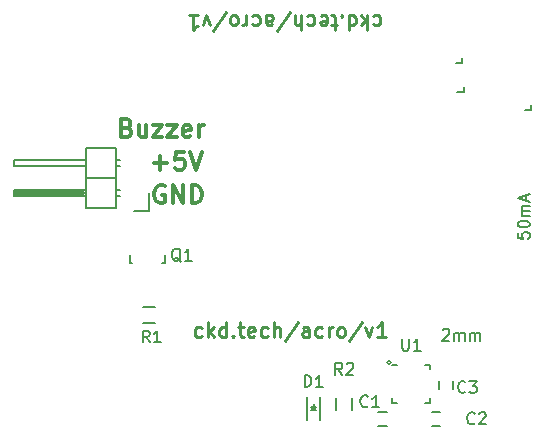
<source format=gto>
G04 #@! TF.FileFunction,Legend,Top*
%FSLAX46Y46*%
G04 Gerber Fmt 4.6, Leading zero omitted, Abs format (unit mm)*
G04 Created by KiCad (PCBNEW (2015-11-03 BZR 6296)-product) date Monday, December 21, 2015 'AMt' 10:05:28 AM*
%MOMM*%
G01*
G04 APERTURE LIST*
%ADD10C,0.100000*%
%ADD11C,0.175000*%
%ADD12C,0.150000*%
%ADD13C,0.250000*%
%ADD14C,0.300000*%
G04 APERTURE END LIST*
D10*
D11*
X164362381Y-109293333D02*
X164362381Y-109769524D01*
X164838571Y-109817143D01*
X164790952Y-109769524D01*
X164743333Y-109674286D01*
X164743333Y-109436190D01*
X164790952Y-109340952D01*
X164838571Y-109293333D01*
X164933810Y-109245714D01*
X165171905Y-109245714D01*
X165267143Y-109293333D01*
X165314762Y-109340952D01*
X165362381Y-109436190D01*
X165362381Y-109674286D01*
X165314762Y-109769524D01*
X165267143Y-109817143D01*
X164362381Y-108626667D02*
X164362381Y-108531428D01*
X164410000Y-108436190D01*
X164457619Y-108388571D01*
X164552857Y-108340952D01*
X164743333Y-108293333D01*
X164981429Y-108293333D01*
X165171905Y-108340952D01*
X165267143Y-108388571D01*
X165314762Y-108436190D01*
X165362381Y-108531428D01*
X165362381Y-108626667D01*
X165314762Y-108721905D01*
X165267143Y-108769524D01*
X165171905Y-108817143D01*
X164981429Y-108864762D01*
X164743333Y-108864762D01*
X164552857Y-108817143D01*
X164457619Y-108769524D01*
X164410000Y-108721905D01*
X164362381Y-108626667D01*
X165362381Y-107864762D02*
X164695714Y-107864762D01*
X164790952Y-107864762D02*
X164743333Y-107817143D01*
X164695714Y-107721905D01*
X164695714Y-107579047D01*
X164743333Y-107483809D01*
X164838571Y-107436190D01*
X165362381Y-107436190D01*
X164838571Y-107436190D02*
X164743333Y-107388571D01*
X164695714Y-107293333D01*
X164695714Y-107150476D01*
X164743333Y-107055238D01*
X164838571Y-107007619D01*
X165362381Y-107007619D01*
X165076667Y-106579048D02*
X165076667Y-106102857D01*
X165362381Y-106674286D02*
X164362381Y-106340953D01*
X165362381Y-106007619D01*
D12*
X158000953Y-117537619D02*
X158048572Y-117490000D01*
X158143810Y-117442381D01*
X158381906Y-117442381D01*
X158477144Y-117490000D01*
X158524763Y-117537619D01*
X158572382Y-117632857D01*
X158572382Y-117728095D01*
X158524763Y-117870952D01*
X157953334Y-118442381D01*
X158572382Y-118442381D01*
X159000953Y-118442381D02*
X159000953Y-117775714D01*
X159000953Y-117870952D02*
X159048572Y-117823333D01*
X159143810Y-117775714D01*
X159286668Y-117775714D01*
X159381906Y-117823333D01*
X159429525Y-117918571D01*
X159429525Y-118442381D01*
X159429525Y-117918571D02*
X159477144Y-117823333D01*
X159572382Y-117775714D01*
X159715239Y-117775714D01*
X159810477Y-117823333D01*
X159858096Y-117918571D01*
X159858096Y-118442381D01*
X160334286Y-118442381D02*
X160334286Y-117775714D01*
X160334286Y-117870952D02*
X160381905Y-117823333D01*
X160477143Y-117775714D01*
X160620001Y-117775714D01*
X160715239Y-117823333D01*
X160762858Y-117918571D01*
X160762858Y-118442381D01*
X160762858Y-117918571D02*
X160810477Y-117823333D01*
X160905715Y-117775714D01*
X161048572Y-117775714D01*
X161143810Y-117823333D01*
X161191429Y-117918571D01*
X161191429Y-118442381D01*
D13*
X137589999Y-118085952D02*
X137470952Y-118145476D01*
X137232856Y-118145476D01*
X137113809Y-118085952D01*
X137054285Y-118026429D01*
X136994761Y-117907381D01*
X136994761Y-117550238D01*
X137054285Y-117431190D01*
X137113809Y-117371667D01*
X137232856Y-117312143D01*
X137470952Y-117312143D01*
X137589999Y-117371667D01*
X138125714Y-118145476D02*
X138125714Y-116895476D01*
X138244762Y-117669286D02*
X138601905Y-118145476D01*
X138601905Y-117312143D02*
X138125714Y-117788333D01*
X139673333Y-118145476D02*
X139673333Y-116895476D01*
X139673333Y-118085952D02*
X139554286Y-118145476D01*
X139316190Y-118145476D01*
X139197143Y-118085952D01*
X139137619Y-118026429D01*
X139078095Y-117907381D01*
X139078095Y-117550238D01*
X139137619Y-117431190D01*
X139197143Y-117371667D01*
X139316190Y-117312143D01*
X139554286Y-117312143D01*
X139673333Y-117371667D01*
X140268571Y-118026429D02*
X140328095Y-118085952D01*
X140268571Y-118145476D01*
X140209047Y-118085952D01*
X140268571Y-118026429D01*
X140268571Y-118145476D01*
X140685238Y-117312143D02*
X141161428Y-117312143D01*
X140863809Y-116895476D02*
X140863809Y-117966905D01*
X140923333Y-118085952D01*
X141042380Y-118145476D01*
X141161428Y-118145476D01*
X142054286Y-118085952D02*
X141935238Y-118145476D01*
X141697143Y-118145476D01*
X141578095Y-118085952D01*
X141518571Y-117966905D01*
X141518571Y-117490714D01*
X141578095Y-117371667D01*
X141697143Y-117312143D01*
X141935238Y-117312143D01*
X142054286Y-117371667D01*
X142113809Y-117490714D01*
X142113809Y-117609762D01*
X141518571Y-117728810D01*
X143185238Y-118085952D02*
X143066191Y-118145476D01*
X142828095Y-118145476D01*
X142709048Y-118085952D01*
X142649524Y-118026429D01*
X142590000Y-117907381D01*
X142590000Y-117550238D01*
X142649524Y-117431190D01*
X142709048Y-117371667D01*
X142828095Y-117312143D01*
X143066191Y-117312143D01*
X143185238Y-117371667D01*
X143720953Y-118145476D02*
X143720953Y-116895476D01*
X144256667Y-118145476D02*
X144256667Y-117490714D01*
X144197144Y-117371667D01*
X144078096Y-117312143D01*
X143899524Y-117312143D01*
X143780477Y-117371667D01*
X143720953Y-117431190D01*
X145744762Y-116835952D02*
X144673334Y-118443095D01*
X146697143Y-118145476D02*
X146697143Y-117490714D01*
X146637620Y-117371667D01*
X146518572Y-117312143D01*
X146280477Y-117312143D01*
X146161429Y-117371667D01*
X146697143Y-118085952D02*
X146578096Y-118145476D01*
X146280477Y-118145476D01*
X146161429Y-118085952D01*
X146101905Y-117966905D01*
X146101905Y-117847857D01*
X146161429Y-117728810D01*
X146280477Y-117669286D01*
X146578096Y-117669286D01*
X146697143Y-117609762D01*
X147828095Y-118085952D02*
X147709048Y-118145476D01*
X147470952Y-118145476D01*
X147351905Y-118085952D01*
X147292381Y-118026429D01*
X147232857Y-117907381D01*
X147232857Y-117550238D01*
X147292381Y-117431190D01*
X147351905Y-117371667D01*
X147470952Y-117312143D01*
X147709048Y-117312143D01*
X147828095Y-117371667D01*
X148363810Y-118145476D02*
X148363810Y-117312143D01*
X148363810Y-117550238D02*
X148423334Y-117431190D01*
X148482858Y-117371667D01*
X148601905Y-117312143D01*
X148720953Y-117312143D01*
X149316191Y-118145476D02*
X149197144Y-118085952D01*
X149137620Y-118026429D01*
X149078096Y-117907381D01*
X149078096Y-117550238D01*
X149137620Y-117431190D01*
X149197144Y-117371667D01*
X149316191Y-117312143D01*
X149494763Y-117312143D01*
X149613811Y-117371667D01*
X149673334Y-117431190D01*
X149732858Y-117550238D01*
X149732858Y-117907381D01*
X149673334Y-118026429D01*
X149613811Y-118085952D01*
X149494763Y-118145476D01*
X149316191Y-118145476D01*
X151161429Y-116835952D02*
X150090001Y-118443095D01*
X151459048Y-117312143D02*
X151756667Y-118145476D01*
X152054287Y-117312143D01*
X153185239Y-118145476D02*
X152470953Y-118145476D01*
X152828096Y-118145476D02*
X152828096Y-116895476D01*
X152709048Y-117074048D01*
X152590001Y-117193095D01*
X152470953Y-117252619D01*
X152140001Y-90954048D02*
X152259048Y-90894524D01*
X152497144Y-90894524D01*
X152616191Y-90954048D01*
X152675715Y-91013571D01*
X152735239Y-91132619D01*
X152735239Y-91489762D01*
X152675715Y-91608810D01*
X152616191Y-91668333D01*
X152497144Y-91727857D01*
X152259048Y-91727857D01*
X152140001Y-91668333D01*
X151604286Y-90894524D02*
X151604286Y-92144524D01*
X151485238Y-91370714D02*
X151128095Y-90894524D01*
X151128095Y-91727857D02*
X151604286Y-91251667D01*
X150056667Y-90894524D02*
X150056667Y-92144524D01*
X150056667Y-90954048D02*
X150175714Y-90894524D01*
X150413810Y-90894524D01*
X150532857Y-90954048D01*
X150592381Y-91013571D01*
X150651905Y-91132619D01*
X150651905Y-91489762D01*
X150592381Y-91608810D01*
X150532857Y-91668333D01*
X150413810Y-91727857D01*
X150175714Y-91727857D01*
X150056667Y-91668333D01*
X149461429Y-91013571D02*
X149401905Y-90954048D01*
X149461429Y-90894524D01*
X149520953Y-90954048D01*
X149461429Y-91013571D01*
X149461429Y-90894524D01*
X149044762Y-91727857D02*
X148568572Y-91727857D01*
X148866191Y-92144524D02*
X148866191Y-91073095D01*
X148806667Y-90954048D01*
X148687620Y-90894524D01*
X148568572Y-90894524D01*
X147675714Y-90954048D02*
X147794762Y-90894524D01*
X148032857Y-90894524D01*
X148151905Y-90954048D01*
X148211429Y-91073095D01*
X148211429Y-91549286D01*
X148151905Y-91668333D01*
X148032857Y-91727857D01*
X147794762Y-91727857D01*
X147675714Y-91668333D01*
X147616191Y-91549286D01*
X147616191Y-91430238D01*
X148211429Y-91311190D01*
X146544762Y-90954048D02*
X146663809Y-90894524D01*
X146901905Y-90894524D01*
X147020952Y-90954048D01*
X147080476Y-91013571D01*
X147140000Y-91132619D01*
X147140000Y-91489762D01*
X147080476Y-91608810D01*
X147020952Y-91668333D01*
X146901905Y-91727857D01*
X146663809Y-91727857D01*
X146544762Y-91668333D01*
X146009047Y-90894524D02*
X146009047Y-92144524D01*
X145473333Y-90894524D02*
X145473333Y-91549286D01*
X145532856Y-91668333D01*
X145651904Y-91727857D01*
X145830476Y-91727857D01*
X145949523Y-91668333D01*
X146009047Y-91608810D01*
X143985238Y-92204048D02*
X145056666Y-90596905D01*
X143032857Y-90894524D02*
X143032857Y-91549286D01*
X143092380Y-91668333D01*
X143211428Y-91727857D01*
X143449523Y-91727857D01*
X143568571Y-91668333D01*
X143032857Y-90954048D02*
X143151904Y-90894524D01*
X143449523Y-90894524D01*
X143568571Y-90954048D01*
X143628095Y-91073095D01*
X143628095Y-91192143D01*
X143568571Y-91311190D01*
X143449523Y-91370714D01*
X143151904Y-91370714D01*
X143032857Y-91430238D01*
X141901905Y-90954048D02*
X142020952Y-90894524D01*
X142259048Y-90894524D01*
X142378095Y-90954048D01*
X142437619Y-91013571D01*
X142497143Y-91132619D01*
X142497143Y-91489762D01*
X142437619Y-91608810D01*
X142378095Y-91668333D01*
X142259048Y-91727857D01*
X142020952Y-91727857D01*
X141901905Y-91668333D01*
X141366190Y-90894524D02*
X141366190Y-91727857D01*
X141366190Y-91489762D02*
X141306666Y-91608810D01*
X141247142Y-91668333D01*
X141128095Y-91727857D01*
X141009047Y-91727857D01*
X140413809Y-90894524D02*
X140532856Y-90954048D01*
X140592380Y-91013571D01*
X140651904Y-91132619D01*
X140651904Y-91489762D01*
X140592380Y-91608810D01*
X140532856Y-91668333D01*
X140413809Y-91727857D01*
X140235237Y-91727857D01*
X140116189Y-91668333D01*
X140056666Y-91608810D01*
X139997142Y-91489762D01*
X139997142Y-91132619D01*
X140056666Y-91013571D01*
X140116189Y-90954048D01*
X140235237Y-90894524D01*
X140413809Y-90894524D01*
X138568571Y-92204048D02*
X139639999Y-90596905D01*
X138270952Y-91727857D02*
X137973333Y-90894524D01*
X137675713Y-91727857D01*
X136544761Y-90894524D02*
X137259047Y-90894524D01*
X136901904Y-90894524D02*
X136901904Y-92144524D01*
X137020952Y-91965952D01*
X137139999Y-91846905D01*
X137259047Y-91787381D01*
D14*
X134457143Y-105370000D02*
X134314286Y-105298571D01*
X134100000Y-105298571D01*
X133885715Y-105370000D01*
X133742857Y-105512857D01*
X133671429Y-105655714D01*
X133600000Y-105941429D01*
X133600000Y-106155714D01*
X133671429Y-106441429D01*
X133742857Y-106584286D01*
X133885715Y-106727143D01*
X134100000Y-106798571D01*
X134242857Y-106798571D01*
X134457143Y-106727143D01*
X134528572Y-106655714D01*
X134528572Y-106155714D01*
X134242857Y-106155714D01*
X135171429Y-106798571D02*
X135171429Y-105298571D01*
X136028572Y-106798571D01*
X136028572Y-105298571D01*
X136742858Y-106798571D02*
X136742858Y-105298571D01*
X137100001Y-105298571D01*
X137314286Y-105370000D01*
X137457144Y-105512857D01*
X137528572Y-105655714D01*
X137600001Y-105941429D01*
X137600001Y-106155714D01*
X137528572Y-106441429D01*
X137457144Y-106584286D01*
X137314286Y-106727143D01*
X137100001Y-106798571D01*
X136742858Y-106798571D01*
X133541429Y-103397143D02*
X134684286Y-103397143D01*
X134112857Y-103968571D02*
X134112857Y-102825714D01*
X136112858Y-102468571D02*
X135398572Y-102468571D01*
X135327143Y-103182857D01*
X135398572Y-103111429D01*
X135541429Y-103040000D01*
X135898572Y-103040000D01*
X136041429Y-103111429D01*
X136112858Y-103182857D01*
X136184286Y-103325714D01*
X136184286Y-103682857D01*
X136112858Y-103825714D01*
X136041429Y-103897143D01*
X135898572Y-103968571D01*
X135541429Y-103968571D01*
X135398572Y-103897143D01*
X135327143Y-103825714D01*
X136612857Y-102468571D02*
X137112857Y-103968571D01*
X137612857Y-102468571D01*
X131277143Y-100432857D02*
X131491429Y-100504286D01*
X131562857Y-100575714D01*
X131634286Y-100718571D01*
X131634286Y-100932857D01*
X131562857Y-101075714D01*
X131491429Y-101147143D01*
X131348571Y-101218571D01*
X130777143Y-101218571D01*
X130777143Y-99718571D01*
X131277143Y-99718571D01*
X131420000Y-99790000D01*
X131491429Y-99861429D01*
X131562857Y-100004286D01*
X131562857Y-100147143D01*
X131491429Y-100290000D01*
X131420000Y-100361429D01*
X131277143Y-100432857D01*
X130777143Y-100432857D01*
X132920000Y-100218571D02*
X132920000Y-101218571D01*
X132277143Y-100218571D02*
X132277143Y-101004286D01*
X132348571Y-101147143D01*
X132491429Y-101218571D01*
X132705714Y-101218571D01*
X132848571Y-101147143D01*
X132920000Y-101075714D01*
X133491429Y-100218571D02*
X134277143Y-100218571D01*
X133491429Y-101218571D01*
X134277143Y-101218571D01*
X134705715Y-100218571D02*
X135491429Y-100218571D01*
X134705715Y-101218571D01*
X135491429Y-101218571D01*
X136634286Y-101147143D02*
X136491429Y-101218571D01*
X136205715Y-101218571D01*
X136062858Y-101147143D01*
X135991429Y-101004286D01*
X135991429Y-100432857D01*
X136062858Y-100290000D01*
X136205715Y-100218571D01*
X136491429Y-100218571D01*
X136634286Y-100290000D01*
X136705715Y-100432857D01*
X136705715Y-100575714D01*
X135991429Y-100718571D01*
X137348572Y-101218571D02*
X137348572Y-100218571D01*
X137348572Y-100504286D02*
X137420000Y-100361429D01*
X137491429Y-100290000D01*
X137634286Y-100218571D01*
X137777143Y-100218571D01*
D12*
X159109620Y-94920560D02*
X159678580Y-94920560D01*
X159678580Y-94920560D02*
X159678580Y-94509080D01*
X164947700Y-98920560D02*
X165516660Y-98920560D01*
X165516660Y-98920560D02*
X165516660Y-98509080D01*
X159259620Y-97370560D02*
X159828580Y-97370560D01*
X159828580Y-97370560D02*
X159828580Y-96959080D01*
X153250000Y-125650000D02*
X152550000Y-125650000D01*
X152550000Y-124450000D02*
X153250000Y-124450000D01*
X157060000Y-124450000D02*
X157760000Y-124450000D01*
X157760000Y-125650000D02*
X157060000Y-125650000D01*
X157700000Y-122580000D02*
X157700000Y-121880000D01*
X158900000Y-121880000D02*
X158900000Y-122580000D01*
X147620000Y-125149300D02*
X147620000Y-123249300D01*
X146520000Y-125149300D02*
X146520000Y-123249300D01*
X147070000Y-124249300D02*
X147070000Y-123799300D01*
X146820000Y-124299300D02*
X147320000Y-124299300D01*
X147070000Y-124299300D02*
X146820000Y-124049300D01*
X146820000Y-124049300D02*
X147320000Y-124049300D01*
X147320000Y-124049300D02*
X147070000Y-124299300D01*
X133160000Y-107510000D02*
X133160000Y-105960000D01*
X131860000Y-107510000D02*
X133160000Y-107510000D01*
X127669000Y-106087000D02*
X121827000Y-106087000D01*
X121827000Y-106087000D02*
X121827000Y-105833000D01*
X121827000Y-105833000D02*
X127669000Y-105833000D01*
X127669000Y-105833000D02*
X127669000Y-105960000D01*
X127669000Y-105960000D02*
X121827000Y-105960000D01*
X130336000Y-106214000D02*
X130717000Y-106214000D01*
X130336000Y-105706000D02*
X130717000Y-105706000D01*
X130336000Y-103674000D02*
X130717000Y-103674000D01*
X130336000Y-103166000D02*
X130717000Y-103166000D01*
X130336000Y-107230000D02*
X127796000Y-107230000D01*
X130336000Y-104690000D02*
X127796000Y-104690000D01*
X130336000Y-104690000D02*
X130336000Y-102150000D01*
X130336000Y-102150000D02*
X127796000Y-102150000D01*
X127796000Y-103674000D02*
X121700000Y-103674000D01*
X121700000Y-103674000D02*
X121700000Y-103166000D01*
X121700000Y-103166000D02*
X127796000Y-103166000D01*
X127796000Y-102150000D02*
X127796000Y-104690000D01*
X127796000Y-104690000D02*
X127796000Y-107230000D01*
X121700000Y-105706000D02*
X127796000Y-105706000D01*
X121700000Y-106214000D02*
X121700000Y-105706000D01*
X127796000Y-106214000D02*
X121700000Y-106214000D01*
X130336000Y-104690000D02*
X127796000Y-104690000D01*
X130336000Y-107230000D02*
X130336000Y-104690000D01*
X134529820Y-111188060D02*
X134529820Y-111889100D01*
X134529820Y-111889100D02*
X134280900Y-111889100D01*
X131730840Y-111889100D02*
X131530180Y-111889100D01*
X131530180Y-111889100D02*
X131530180Y-111188060D01*
X132650000Y-115605000D02*
X133650000Y-115605000D01*
X133650000Y-116955000D02*
X132650000Y-116955000D01*
X150335000Y-123280000D02*
X150335000Y-124280000D01*
X148985000Y-124280000D02*
X148985000Y-123280000D01*
X153620294Y-120280000D02*
G75*
G03X153620294Y-120280000I-170294J0D01*
G01*
X153730000Y-123690000D02*
X153730000Y-123290000D01*
X153730000Y-123690000D02*
X154130000Y-123690000D01*
X156930000Y-123690000D02*
X156930000Y-123290000D01*
X156930000Y-123690000D02*
X156530000Y-123690000D01*
X156930000Y-120490000D02*
X156930000Y-120890000D01*
X156930000Y-120490000D02*
X156530000Y-120490000D01*
X153730000Y-120490000D02*
X154130000Y-120490000D01*
X151663334Y-123997143D02*
X151615715Y-124044762D01*
X151472858Y-124092381D01*
X151377620Y-124092381D01*
X151234762Y-124044762D01*
X151139524Y-123949524D01*
X151091905Y-123854286D01*
X151044286Y-123663810D01*
X151044286Y-123520952D01*
X151091905Y-123330476D01*
X151139524Y-123235238D01*
X151234762Y-123140000D01*
X151377620Y-123092381D01*
X151472858Y-123092381D01*
X151615715Y-123140000D01*
X151663334Y-123187619D01*
X152615715Y-124092381D02*
X152044286Y-124092381D01*
X152330000Y-124092381D02*
X152330000Y-123092381D01*
X152234762Y-123235238D01*
X152139524Y-123330476D01*
X152044286Y-123378095D01*
X160713334Y-125427143D02*
X160665715Y-125474762D01*
X160522858Y-125522381D01*
X160427620Y-125522381D01*
X160284762Y-125474762D01*
X160189524Y-125379524D01*
X160141905Y-125284286D01*
X160094286Y-125093810D01*
X160094286Y-124950952D01*
X160141905Y-124760476D01*
X160189524Y-124665238D01*
X160284762Y-124570000D01*
X160427620Y-124522381D01*
X160522858Y-124522381D01*
X160665715Y-124570000D01*
X160713334Y-124617619D01*
X161094286Y-124617619D02*
X161141905Y-124570000D01*
X161237143Y-124522381D01*
X161475239Y-124522381D01*
X161570477Y-124570000D01*
X161618096Y-124617619D01*
X161665715Y-124712857D01*
X161665715Y-124808095D01*
X161618096Y-124950952D01*
X161046667Y-125522381D01*
X161665715Y-125522381D01*
X159933334Y-122777143D02*
X159885715Y-122824762D01*
X159742858Y-122872381D01*
X159647620Y-122872381D01*
X159504762Y-122824762D01*
X159409524Y-122729524D01*
X159361905Y-122634286D01*
X159314286Y-122443810D01*
X159314286Y-122300952D01*
X159361905Y-122110476D01*
X159409524Y-122015238D01*
X159504762Y-121920000D01*
X159647620Y-121872381D01*
X159742858Y-121872381D01*
X159885715Y-121920000D01*
X159933334Y-121967619D01*
X160266667Y-121872381D02*
X160885715Y-121872381D01*
X160552381Y-122253333D01*
X160695239Y-122253333D01*
X160790477Y-122300952D01*
X160838096Y-122348571D01*
X160885715Y-122443810D01*
X160885715Y-122681905D01*
X160838096Y-122777143D01*
X160790477Y-122824762D01*
X160695239Y-122872381D01*
X160409524Y-122872381D01*
X160314286Y-122824762D01*
X160266667Y-122777143D01*
X146311905Y-122372381D02*
X146311905Y-121372381D01*
X146550000Y-121372381D01*
X146692858Y-121420000D01*
X146788096Y-121515238D01*
X146835715Y-121610476D01*
X146883334Y-121800952D01*
X146883334Y-121943810D01*
X146835715Y-122134286D01*
X146788096Y-122229524D01*
X146692858Y-122324762D01*
X146550000Y-122372381D01*
X146311905Y-122372381D01*
X147835715Y-122372381D02*
X147264286Y-122372381D01*
X147550000Y-122372381D02*
X147550000Y-121372381D01*
X147454762Y-121515238D01*
X147359524Y-121610476D01*
X147264286Y-121658095D01*
X135834762Y-111767619D02*
X135739524Y-111720000D01*
X135644286Y-111624762D01*
X135501429Y-111481905D01*
X135406190Y-111434286D01*
X135310952Y-111434286D01*
X135358571Y-111672381D02*
X135263333Y-111624762D01*
X135168095Y-111529524D01*
X135120476Y-111339048D01*
X135120476Y-111005714D01*
X135168095Y-110815238D01*
X135263333Y-110720000D01*
X135358571Y-110672381D01*
X135549048Y-110672381D01*
X135644286Y-110720000D01*
X135739524Y-110815238D01*
X135787143Y-111005714D01*
X135787143Y-111339048D01*
X135739524Y-111529524D01*
X135644286Y-111624762D01*
X135549048Y-111672381D01*
X135358571Y-111672381D01*
X136739524Y-111672381D02*
X136168095Y-111672381D01*
X136453809Y-111672381D02*
X136453809Y-110672381D01*
X136358571Y-110815238D01*
X136263333Y-110910476D01*
X136168095Y-110958095D01*
X133193334Y-118592381D02*
X132860000Y-118116190D01*
X132621905Y-118592381D02*
X132621905Y-117592381D01*
X133002858Y-117592381D01*
X133098096Y-117640000D01*
X133145715Y-117687619D01*
X133193334Y-117782857D01*
X133193334Y-117925714D01*
X133145715Y-118020952D01*
X133098096Y-118068571D01*
X133002858Y-118116190D01*
X132621905Y-118116190D01*
X134145715Y-118592381D02*
X133574286Y-118592381D01*
X133860000Y-118592381D02*
X133860000Y-117592381D01*
X133764762Y-117735238D01*
X133669524Y-117830476D01*
X133574286Y-117878095D01*
X149493334Y-121332381D02*
X149160000Y-120856190D01*
X148921905Y-121332381D02*
X148921905Y-120332381D01*
X149302858Y-120332381D01*
X149398096Y-120380000D01*
X149445715Y-120427619D01*
X149493334Y-120522857D01*
X149493334Y-120665714D01*
X149445715Y-120760952D01*
X149398096Y-120808571D01*
X149302858Y-120856190D01*
X148921905Y-120856190D01*
X149874286Y-120427619D02*
X149921905Y-120380000D01*
X150017143Y-120332381D01*
X150255239Y-120332381D01*
X150350477Y-120380000D01*
X150398096Y-120427619D01*
X150445715Y-120522857D01*
X150445715Y-120618095D01*
X150398096Y-120760952D01*
X149826667Y-121332381D01*
X150445715Y-121332381D01*
X154568095Y-118292381D02*
X154568095Y-119101905D01*
X154615714Y-119197143D01*
X154663333Y-119244762D01*
X154758571Y-119292381D01*
X154949048Y-119292381D01*
X155044286Y-119244762D01*
X155091905Y-119197143D01*
X155139524Y-119101905D01*
X155139524Y-118292381D01*
X156139524Y-119292381D02*
X155568095Y-119292381D01*
X155853809Y-119292381D02*
X155853809Y-118292381D01*
X155758571Y-118435238D01*
X155663333Y-118530476D01*
X155568095Y-118578095D01*
M02*

</source>
